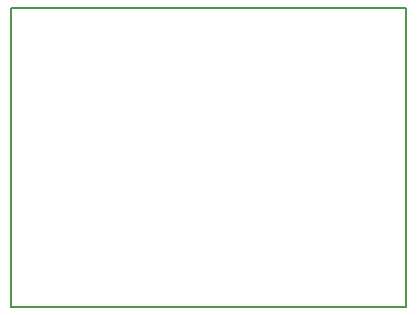
<source format=gm1>
%TF.GenerationSoftware,KiCad,Pcbnew,4.0.4+e1-6308~48~ubuntu16.04.1-stable*%
%TF.CreationDate,2016-10-26T09:11:57-07:00*%
%TF.ProjectId,CY8CMBR2044,435938434D4252323034342E6B696361,rev?*%
%TF.FileFunction,Profile,NP*%
%FSLAX46Y46*%
G04 Gerber Fmt 4.6, Leading zero omitted, Abs format (unit mm)*
G04 Created by KiCad (PCBNEW 4.0.4+e1-6308~48~ubuntu16.04.1-stable) date Wed Oct 26 09:11:57 2016*
%MOMM*%
%LPD*%
G01*
G04 APERTURE LIST*
%ADD10C,0.100000*%
%ADD11C,0.150000*%
G04 APERTURE END LIST*
D10*
D11*
X130750000Y-117000000D02*
X130750000Y-91750000D01*
X164250000Y-117000000D02*
X130750000Y-117000000D01*
X164250000Y-116750000D02*
X164250000Y-117000000D01*
X164250000Y-91750000D02*
X164250000Y-116750000D01*
X130750000Y-91750000D02*
X164250000Y-91750000D01*
M02*

</source>
